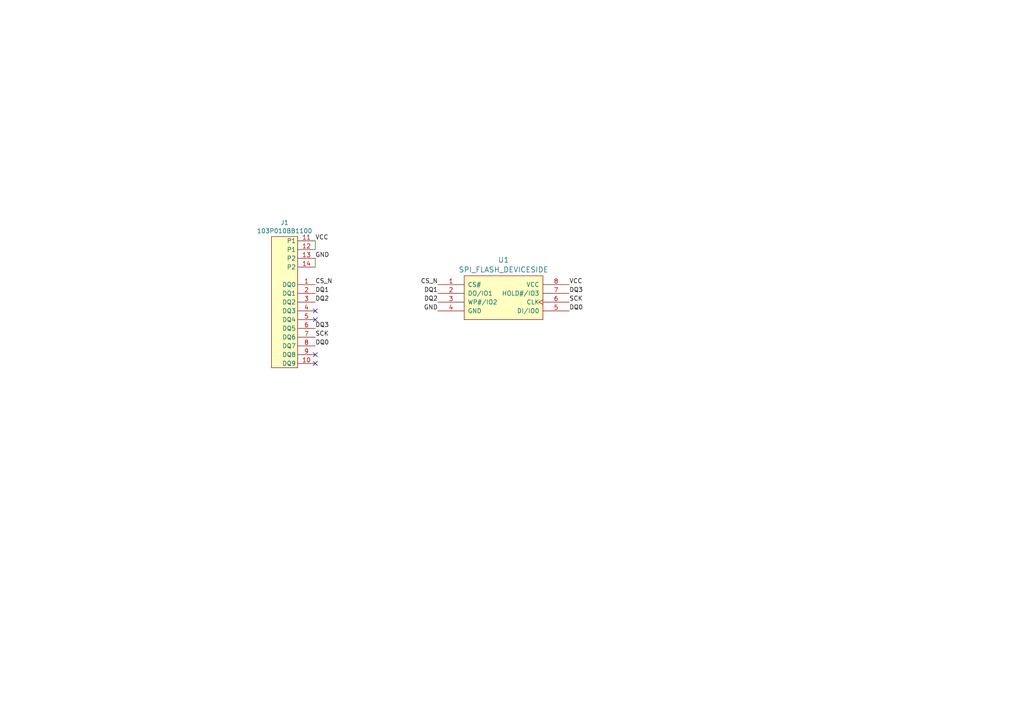
<source format=kicad_sch>
(kicad_sch (version 20231120) (generator "eeschema") (generator_version "8.0")
  (paper "A4")
  (lib_symbols
    (symbol "memory-azonenberg:SPI_FLASH_DEVICESIDE" (pin_names (offset 1.016))
      (property "Reference" "U" (at 0 -1.27 0))
      (property "Value" "SPI_FLASH_DEVICESIDE" (at 0 -3.81 0))
      (symbol "SPI_FLASH_DEVICESIDE_0_1"
        (rectangle (start -11.43 12.7) (end 11.43 0) (fill (type background)))
      )
      (symbol "SPI_FLASH_DEVICESIDE_1_1"
        (pin output line (at -19.05 10.16 0) (length 7.62) (name "CS#") (number "1"))
        (pin bidirectional line (at -19.05 7.62 0) (length 7.62) (name "DO/IO1") (number "2"))
        (pin bidirectional line (at -19.05 5.08 0) (length 7.62) (name "WP#/IO2") (number "3"))
        (pin power_out line (at -19.05 2.54 0) (length 7.62) (name "GND") (number "4"))
        (pin bidirectional line (at 19.05 2.54 180) (length 7.62) (name "DI/IO0") (number "5"))
        (pin output clock (at 19.05 5.08 180) (length 7.62) (name "CLK") (number "6"))
        (pin bidirectional line (at 19.05 7.62 180) (length 7.62) (name "HOLD#/IO3") (number "7"))
        (pin power_out line (at 19.05 10.16 180) (length 7.62) (name "VCC") (number "8"))
      )
    )
    (symbol "special-azonenberg:CONN_AMPHENOL_103P010BB100_PWRIN"
      (property "Reference" "J" (at 0 -1.27 0))
      (symbol "CONN_AMPHENOL_103P010BB100_PWRIN_1_1"
        (rectangle (start 7.62 38.1) (end 0 0) (fill (type background)))
        (pin power_in line (at -5.08 24.13 0) (length 5.08) (name "DQ0") (number "1"))
        (pin power_in line (at -5.08 1.27 0) (length 5.08) (name "DQ9") (number "10"))
        (pin power_in line (at -5.08 36.83 0) (length 5.08) (name "P1") (number "11"))
        (pin power_in line (at -5.08 34.29 0) (length 5.08) (name "P1") (number "12"))
        (pin power_in line (at -5.08 31.75 0) (length 5.08) (name "P2") (number "13"))
        (pin power_in line (at -5.08 29.21 0) (length 5.08) (name "P2") (number "14"))
        (pin power_in line (at -5.08 21.59 0) (length 5.08) (name "DQ1") (number "2"))
        (pin power_in line (at -5.08 19.05 0) (length 5.08) (name "DQ2") (number "3"))
        (pin power_in line (at -5.08 16.51 0) (length 5.08) (name "DQ3") (number "4"))
        (pin power_in line (at -5.08 13.97 0) (length 5.08) (name "DQ4") (number "5"))
        (pin power_in line (at -5.08 11.43 0) (length 5.08) (name "DQ5") (number "6"))
        (pin power_in line (at -5.08 8.89 0) (length 5.08) (name "DQ6") (number "7"))
        (pin power_in line (at -5.08 6.35 0) (length 5.08) (name "DQ7") (number "8"))
        (pin power_in line (at -5.08 3.81 0) (length 5.08) (name "DQ8") (number "9"))
      )
    )
  )
  (no_connect (at 91.44 90.17))
  (no_connect (at 91.44 105.41))
  (no_connect (at 91.44 102.87))
  (no_connect (at 91.44 92.71))
  (wire (pts (xy 91.44 69.85) (xy 91.44 72.39)))
  (wire (pts (xy 91.44 74.93) (xy 91.44 77.47)))
  (label "VCC" (at 91.44 69.85 0))
  (label "SCK" (at 165.1 87.63 0))
  (label "DQ2" (at 91.44 87.63 0))
  (label "DQ0" (at 91.44 100.33 0))
  (label "DQ1" (at 91.44 85.09 0))
  (label "CS_N" (at 127 82.55 180))
  (label "DQ3" (at 165.1 85.09 0))
  (label "DQ2" (at 127 87.63 180))
  (label "SCK" (at 91.44 97.79 0))
  (label "DQ0" (at 165.1 90.17 0))
  (label "DQ1" (at 127 85.09 180))
  (label "CS_N" (at 91.44 82.55 0))
  (label "VCC" (at 165.1 82.55 0))
  (label "GND" (at 91.44 74.93 0))
  (label "DQ3" (at 91.44 95.25 0))
  (label "GND" (at 127 90.17 180))
  (symbol (lib_id "special-azonenberg:CONN_AMPHENOL_103P010BB100_PWRIN") (at 86.36 106.68 0) (mirror y) (unit 1)
    (property "Reference" "J1" (at 82.55 64.5625 0))
    (property "Value" "103P010BB1100" (at 82.55 66.9868 0))
    (property "Footprint" "azonenberg_pcb:CONN_AMPHENOL_103P010BB100" (effects (hide yes)))
  )
  (symbol (lib_id "memory-azonenberg:SPI_FLASH_DEVICESIDE") (at 146.05 92.71 0) (unit 1)
    (property "Reference" "U1" (at 146.05 75.3796 0) (effects (font (size 1.524 1.524))))
    (property "Value" "SPI_FLASH_DEVICESIDE" (at 146.05 78.2125 0) (effects (font (size 1.524 1.524))))
    (property "Footprint" "azonenberg_pcb:DFN_8_0.5MM_2x3MM_TALL_CASTELLATION" (effects (hide yes)))
  )
)
</source>
